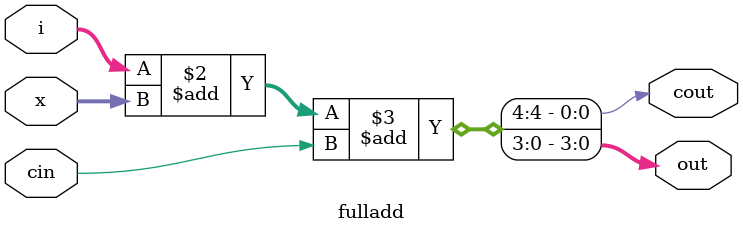
<source format=v>
module fulladd(i,x,cin,out,cout);
input [3:0] i;
input [3:0] x;
input cin;
output reg [3:0] out;
output reg cout;
always @(*)begin
	{cout,out}=i+x+cin;
end


endmodule	
</source>
